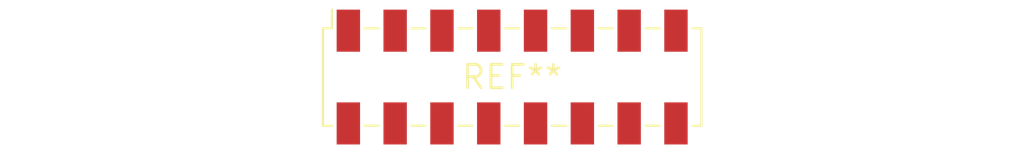
<source format=kicad_pcb>
(kicad_pcb (version 20240108) (generator pcbnew)
  (layers (0 "F.Cu" signal) (31 "B.Cu" signal) (34 "B.Paste" user) (35 "F.Paste" user) (36 "B.SilkS" user "B.Silkscreen") (37 "F.SilkS" user "F.Silkscreen") (38 "B.Mask" user) (39 "F.Mask" user) (44 "Edge.Cuts" user))
  (net 0 "")
  (footprint "Samtec_HLE-108-02-xxx-DV_2x08_P2.54mm_Horizontal" (layer "F.Cu") (at 0 0)
    (property "Reference" "REF**")
    (property "Value" "Samtec_HLE-108-02-xxx-DV_2x08_P2.54mm_Horizontal")
    (fp_line (start -10.27 -2.65) (end -10.27 2.65) (layer "F.SilkS") (stroke (width 0.12)))
    (fp_line (start -10.27 2.65) (end -9.785 2.65) (layer "F.SilkS") (stroke (width 0.12)))
    (fp_line (start -9.785 -3.67) (end -9.785 -2.65) (layer "F.SilkS") (stroke (width 0.12)))
    (fp_line (start -9.785 -2.65) (end -10.27 -2.65) (layer "F.SilkS") (stroke (width 0.12)))
    (fp_line (start -7.995 -2.65) (end -7.245 -2.65) (layer "F.SilkS") (stroke (width 0.12)))
    (fp_line (start -7.995 2.65) (end -7.245 2.65) (layer "F.SilkS") (stroke (width 0.12)))
    (fp_line (start -5.455 -2.65) (end -4.705 -2.65) (layer "F.SilkS") (stroke (width 0.12)))
    (fp_line (start -5.455 2.65) (end -4.705 2.65) (layer "F.SilkS") (stroke (width 0.12)))
    (fp_line (start -2.915 -2.65) (end -2.165 -2.65) (layer "F.SilkS") (stroke (width 0.12)))
    (fp_line (start -2.915 2.65) (end -2.165 2.65) (layer "F.SilkS") (stroke (width 0.12)))
    (fp_line (start -0.375 -2.65) (end 0.375 -2.65) (layer "F.SilkS") (stroke (width 0.12)))
    (fp_line (start -0.375 2.65) (end 0.375 2.65) (layer "F.SilkS") (stroke (width 0.12)))
    (fp_line (start 2.165 -2.65) (end 2.915 -2.65) (layer "F.SilkS") (stroke (width 0.12)))
    (fp_line (start 2.165 2.65) (end 2.915 2.65) (layer "F.SilkS") (stroke (width 0.12)))
    (fp_line (start 4.705 -2.65) (end 5.455 -2.65) (layer "F.SilkS") (stroke (width 0.12)))
    (fp_line (start 4.705 2.65) (end 5.455 2.65) (layer "F.SilkS") (stroke (width 0.12)))
    (fp_line (start 7.245 -2.65) (end 7.995 -2.65) (layer "F.SilkS") (stroke (width 0.12)))
    (fp_line (start 7.245 2.65) (end 7.995 2.65) (layer "F.SilkS") (stroke (width 0.12)))
    (fp_line (start 9.785 -2.65) (end 10.27 -2.65) (layer "F.SilkS") (stroke (width 0.12)))
    (fp_line (start 10.27 -2.65) (end 10.27 2.65) (layer "F.SilkS") (stroke (width 0.12)))
    (fp_line (start 10.27 2.65) (end 9.785 2.65) (layer "F.SilkS") (stroke (width 0.12)))
    (pad "1" smd rect (at -8.89 -2.525) (size 1.27 2.29) (layers "F.Cu" "F.Paste" "F.Mask"))
    (pad "2" smd rect (at -8.89 2.525) (size 1.27 2.29) (layers "F.Cu" "F.Paste" "F.Mask"))
    (pad "3" smd rect (at -6.35 -2.525) (size 1.27 2.29) (layers "F.Cu" "F.Paste" "F.Mask"))
    (pad "4" smd rect (at -6.35 2.525) (size 1.27 2.29) (layers "F.Cu" "F.Paste" "F.Mask"))
    (pad "5" smd rect (at -3.81 -2.525) (size 1.27 2.29) (layers "F.Cu" "F.Paste" "F.Mask"))
    (pad "6" smd rect (at -3.81 2.525) (size 1.27 2.29) (layers "F.Cu" "F.Paste" "F.Mask"))
    (pad "7" smd rect (at -1.27 -2.525) (size 1.27 2.29) (layers "F.Cu" "F.Paste" "F.Mask"))
    (pad "8" smd rect (at -1.27 2.525) (size 1.27 2.29) (layers "F.Cu" "F.Paste" "F.Mask"))
    (pad "9" smd rect (at 1.27 -2.525) (size 1.27 2.29) (layers "F.Cu" "F.Paste" "F.Mask"))
    (pad "10" smd rect (at 1.27 2.525) (size 1.27 2.29) (layers "F.Cu" "F.Paste" "F.Mask"))
    (pad "11" smd rect (at 3.81 -2.525) (size 1.27 2.29) (layers "F.Cu" "F.Paste" "F.Mask"))
    (pad "12" smd rect (at 3.81 2.525) (size 1.27 2.29) (layers "F.Cu" "F.Paste" "F.Mask"))
    (pad "13" smd rect (at 6.35 -2.525) (size 1.27 2.29) (layers "F.Cu" "F.Paste" "F.Mask"))
    (pad "14" smd rect (at 6.35 2.525) (size 1.27 2.29) (layers "F.Cu" "F.Paste" "F.Mask"))
    (pad "15" smd rect (at 8.89 -2.525) (size 1.27 2.29) (layers "F.Cu" "F.Paste" "F.Mask"))
    (pad "16" smd rect (at 8.89 2.525) (size 1.27 2.29) (layers "F.Cu" "F.Paste" "F.Mask"))
  )
)
</source>
